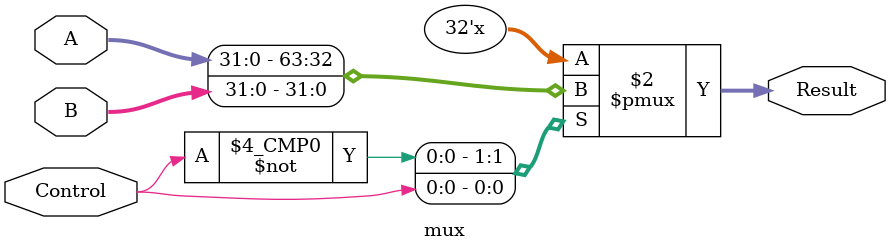
<source format=sv>
`timescale 1ns / 1ps


module mux #(
    parameter WIDTH = 32
)
(
    input  logic [WIDTH - 1:0] A          ,
    input  logic [WIDTH - 1:0] B          ,
    input  logic Control    ,
    output logic [WIDTH - 1:0] Result
);

    always_comb begin
        case (Control)
            1'b0: Result = A;
            1'b1: Result = B;
        endcase
    end

endmodule

</source>
